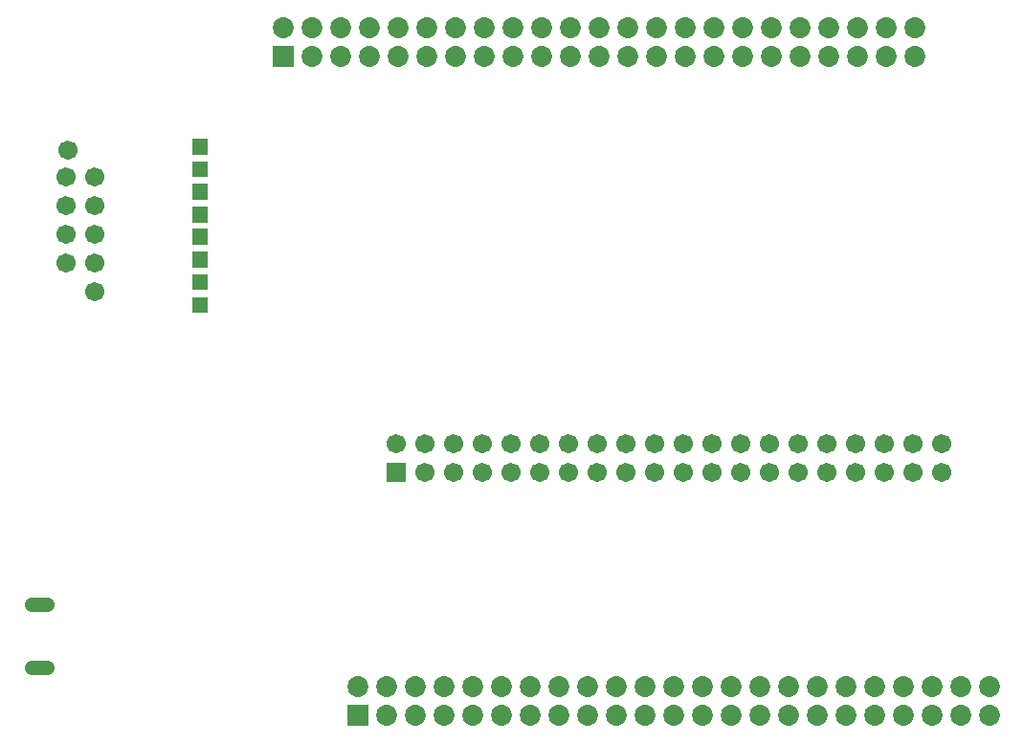
<source format=gbs>
G04 Layer: BottomSolderMaskLayer*
G04 EasyEDA v6.3.43, 2020-05-28T19:53:23--7:00*
G04 7fdf06d367af498c9bd436b09c1433f1,d8a4e85e13c24898b9272ed7a7ead91d,10*
G04 Gerber Generator version 0.2*
G04 Scale: 100 percent, Rotated: No, Reflected: No *
G04 Dimensions in inches *
G04 leading zeros omitted , absolute positions ,2 integer and 4 decimal *
%FSLAX24Y24*%
%MOIN*%
G90*
G70D02*

%ADD27C,0.051307*%
%ADD28C,0.067000*%
%ADD32R,0.073000X0.073000*%
%ADD33C,0.073000*%

%LPD*%
G54D27*
G01X844Y5712D02*
G01X1356Y5712D01*
G01X844Y3487D02*
G01X1356Y3487D01*
G54D28*
G01X2100Y21550D03*
G01X3050Y20600D03*
G01X3050Y19600D03*
G01X3050Y18600D03*
G01X2050Y20600D03*
G01X2050Y19600D03*
G01X3050Y17600D03*
G01X2050Y18600D03*
G01X2050Y17600D03*
G01X3050Y16600D03*
G36*
G01X6423Y15863D02*
G01X6423Y16415D01*
G01X6976Y16415D01*
G01X6976Y15863D01*
G01X6423Y15863D01*
G37*
G36*
G01X6423Y16653D02*
G01X6423Y17205D01*
G01X6976Y17205D01*
G01X6976Y16653D01*
G01X6423Y16653D01*
G37*
G36*
G01X6423Y17444D02*
G01X6423Y17996D01*
G01X6976Y17996D01*
G01X6976Y17444D01*
G01X6423Y17444D01*
G37*
G36*
G01X6423Y18234D02*
G01X6423Y18786D01*
G01X6976Y18786D01*
G01X6976Y18234D01*
G01X6423Y18234D01*
G37*
G36*
G01X6423Y19013D02*
G01X6423Y19565D01*
G01X6976Y19565D01*
G01X6976Y19013D01*
G01X6423Y19013D01*
G37*
G36*
G01X6423Y19803D02*
G01X6423Y20355D01*
G01X6976Y20355D01*
G01X6976Y19803D01*
G01X6423Y19803D01*
G37*
G36*
G01X6423Y20594D02*
G01X6423Y21146D01*
G01X6976Y21146D01*
G01X6976Y20594D01*
G01X6423Y20594D01*
G37*
G36*
G01X6423Y21384D02*
G01X6423Y21936D01*
G01X6976Y21936D01*
G01X6976Y21384D01*
G01X6423Y21384D01*
G37*
G54D32*
G01X12200Y1850D03*
G54D33*
G01X12200Y2850D03*
G01X13200Y1850D03*
G01X13200Y2850D03*
G01X14200Y1850D03*
G01X14200Y2850D03*
G01X15200Y1850D03*
G01X15200Y2850D03*
G01X16200Y1850D03*
G01X16200Y2850D03*
G01X17200Y1850D03*
G01X17200Y2850D03*
G01X18200Y1850D03*
G01X18200Y2850D03*
G01X19200Y1850D03*
G01X19200Y2850D03*
G01X20200Y1850D03*
G01X20200Y2850D03*
G01X21200Y1850D03*
G01X21200Y2850D03*
G01X22200Y1850D03*
G01X22200Y2850D03*
G01X23200Y1850D03*
G01X23200Y2850D03*
G01X24200Y1850D03*
G01X24200Y2850D03*
G01X25200Y1850D03*
G01X25200Y2850D03*
G01X26200Y1850D03*
G01X26200Y2850D03*
G01X27200Y1850D03*
G01X27200Y2850D03*
G01X28200Y1850D03*
G01X28200Y2850D03*
G01X29200Y1850D03*
G01X29200Y2850D03*
G01X30200Y1850D03*
G01X30200Y2850D03*
G01X31200Y1850D03*
G01X31200Y2850D03*
G01X32200Y1850D03*
G01X32200Y2850D03*
G01X33200Y1850D03*
G01X33200Y2850D03*
G01X34200Y1850D03*
G01X34200Y2850D03*
G54D32*
G01X9600Y24800D03*
G54D33*
G01X9600Y25800D03*
G01X10600Y24800D03*
G01X10600Y25800D03*
G01X11600Y24800D03*
G01X11600Y25800D03*
G01X12600Y24800D03*
G01X12600Y25800D03*
G01X13600Y24800D03*
G01X13600Y25800D03*
G01X14600Y24800D03*
G01X14600Y25800D03*
G01X15600Y24800D03*
G01X15600Y25800D03*
G01X16600Y24800D03*
G01X16600Y25800D03*
G01X17600Y24800D03*
G01X17600Y25800D03*
G01X18600Y24800D03*
G01X18600Y25800D03*
G01X19600Y24800D03*
G01X19600Y25800D03*
G01X20600Y24800D03*
G01X20600Y25800D03*
G01X21600Y24800D03*
G01X21600Y25800D03*
G01X22600Y24800D03*
G01X22600Y25800D03*
G01X23600Y24800D03*
G01X23600Y25800D03*
G01X24600Y24800D03*
G01X24600Y25800D03*
G01X25600Y24800D03*
G01X25600Y25800D03*
G01X26600Y24800D03*
G01X26600Y25800D03*
G01X27600Y24800D03*
G01X27600Y25800D03*
G01X28600Y24800D03*
G01X28600Y25800D03*
G01X29600Y24800D03*
G01X29600Y25800D03*
G01X30600Y24800D03*
G01X30600Y25800D03*
G01X31600Y24800D03*
G01X31600Y25800D03*
G36*
G01X13214Y9965D02*
G01X13214Y10634D01*
G01X13885Y10634D01*
G01X13885Y9965D01*
G01X13214Y9965D01*
G37*
G54D28*
G01X13550Y11300D03*
G01X14550Y10300D03*
G01X14550Y11300D03*
G01X15550Y10300D03*
G01X15550Y11300D03*
G01X16550Y10300D03*
G01X16550Y11300D03*
G01X17550Y10300D03*
G01X17550Y11300D03*
G01X18550Y10300D03*
G01X18550Y11300D03*
G01X19550Y10300D03*
G01X19550Y11300D03*
G01X20550Y10300D03*
G01X20550Y11300D03*
G01X21550Y10300D03*
G01X21550Y11300D03*
G01X22550Y10300D03*
G01X22550Y11300D03*
G01X23550Y10300D03*
G01X23550Y11300D03*
G01X24550Y10300D03*
G01X24550Y11300D03*
G01X25550Y10300D03*
G01X25550Y11300D03*
G01X26550Y10300D03*
G01X26550Y11300D03*
G01X27550Y10300D03*
G01X27550Y11300D03*
G01X28550Y10300D03*
G01X28550Y11300D03*
G01X29550Y10300D03*
G01X29550Y11300D03*
G01X30550Y10300D03*
G01X30550Y11300D03*
G01X31550Y11300D03*
G01X31550Y10300D03*
G01X32550Y11300D03*
G01X32550Y10300D03*
M00*
M02*

</source>
